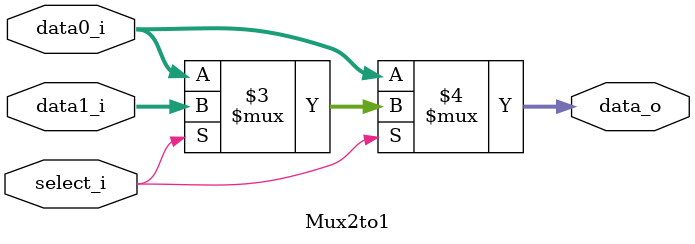
<source format=v>
module Mux2to1 (
    data0_i,
    data1_i,
    select_i,
    data_o
);

  parameter size = 0;

  //I/O ports
  input [size-1:0] data0_i;
  input [size-1:0] data1_i;
  input select_i;

  output [size-1:0] data_o;

  //Internal Signals
  wire [size-1:0] data_o;

  //Main function
  /*your code here*/
  assign data_o = (select_i == 1'b0) ? data0_i :
                  (select_i == 1'b1) ? data1_i :
                  data0_i;

endmodule

</source>
